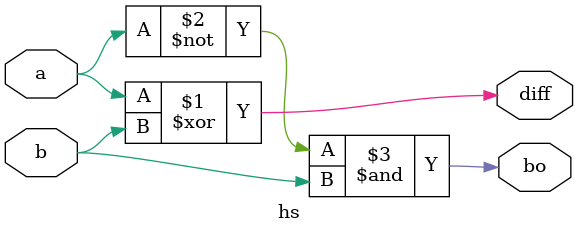
<source format=v>

module hs(a,b,diff,bo); 

  input a,b; 

  output diff, bo; 

  assign diff = a^b; 

  assign bo = ~a&b; 

endmodule 

</source>
